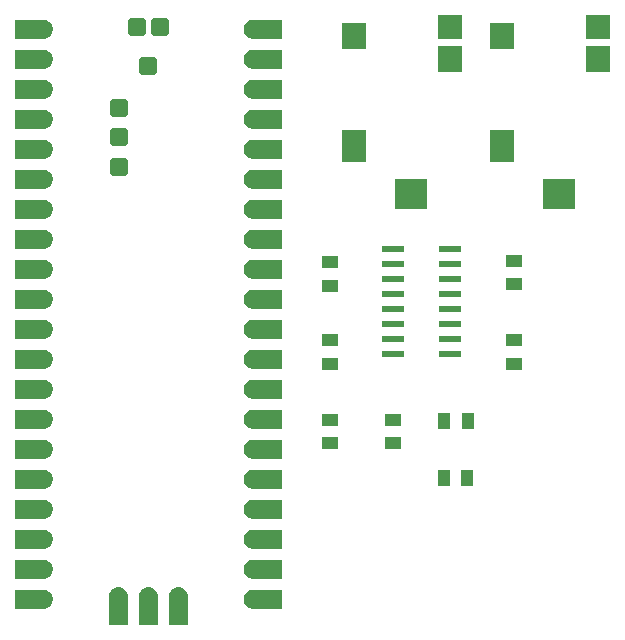
<source format=gtp>
G04*
G04 #@! TF.GenerationSoftware,Altium Limited,Altium Designer,25.8.1 (18)*
G04*
G04 Layer_Color=8421504*
%FSLAX44Y44*%
%MOMM*%
G71*
G04*
G04 #@! TF.SameCoordinates,71B8C197-EE49-42B5-B996-358C315723FC*
G04*
G04*
G04 #@! TF.FilePolarity,Positive*
G04*
G01*
G75*
%ADD17R,1.9812X0.5588*%
%ADD18R,2.5000X1.0000*%
%ADD19R,2.1000X2.2000*%
%ADD20R,1.4000X1.1000*%
%ADD21R,1.1000X1.4000*%
G04:AMPARAMS|DCode=22|XSize=2.5mm|YSize=1mm|CornerRadius=0.125mm|HoleSize=0mm|Usage=FLASHONLY|Rotation=0.000|XOffset=0mm|YOffset=0mm|HoleType=Round|Shape=RoundedRectangle|*
%AMROUNDEDRECTD22*
21,1,2.5000,0.7500,0,0,0.0*
21,1,2.2500,1.0000,0,0,0.0*
1,1,0.2500,1.1250,-0.3750*
1,1,0.2500,-1.1250,-0.3750*
1,1,0.2500,-1.1250,0.3750*
1,1,0.2500,1.1250,0.3750*
%
%ADD22ROUNDEDRECTD22*%
%ADD23R,2.7000X2.6000*%
%ADD24R,2.1000X2.7000*%
%ADD25R,2.1000X2.0000*%
%ADD26R,1.0000X2.5000*%
G04:AMPARAMS|DCode=27|XSize=1.5mm|YSize=1.5mm|CornerRadius=0.225mm|HoleSize=0mm|Usage=FLASHONLY|Rotation=0.000|XOffset=0mm|YOffset=0mm|HoleType=Round|Shape=RoundedRectangle|*
%AMROUNDEDRECTD27*
21,1,1.5000,1.0500,0,0,0.0*
21,1,1.0500,1.5000,0,0,0.0*
1,1,0.4500,0.5250,-0.5250*
1,1,0.4500,-0.5250,-0.5250*
1,1,0.4500,-0.5250,0.5250*
1,1,0.4500,0.5250,0.5250*
%
%ADD27ROUNDEDRECTD27*%
G36*
X655340Y534250D02*
X679340D01*
Y518250D01*
X654287D01*
X652252Y518795D01*
X650428Y519848D01*
X648938Y521338D01*
X647885Y523162D01*
X647340Y525197D01*
Y527303D01*
X647885Y529338D01*
X648938Y531162D01*
X650428Y532652D01*
X652252Y533705D01*
X654287Y534250D01*
X655340Y534250D01*
D02*
G37*
G36*
X480588Y533705D02*
X482412Y532652D01*
X483902Y531162D01*
X484955Y529338D01*
X485500Y527303D01*
Y525197D01*
X484955Y523162D01*
X483902Y521338D01*
X482412Y519848D01*
X480588Y518795D01*
X478553Y518250D01*
X453500D01*
Y534250D01*
X477500D01*
X478553Y534250D01*
X480588Y533705D01*
D02*
G37*
G36*
X655340Y508850D02*
X679340D01*
Y492850D01*
X654287D01*
X652252Y493395D01*
X650428Y494448D01*
X648938Y495938D01*
X647885Y497762D01*
X647340Y499797D01*
Y501903D01*
X647885Y503938D01*
X648938Y505762D01*
X650428Y507252D01*
X652252Y508305D01*
X654287Y508850D01*
X655340Y508850D01*
D02*
G37*
G36*
X480588Y508305D02*
X482412Y507252D01*
X483902Y505762D01*
X484955Y503938D01*
X485500Y501903D01*
Y499797D01*
X484955Y497762D01*
X483902Y495938D01*
X482412Y494448D01*
X480588Y493395D01*
X478553Y492850D01*
X453500D01*
Y508850D01*
X477500D01*
X478553Y508850D01*
X480588Y508305D01*
D02*
G37*
G36*
X655340Y483450D02*
X679340D01*
Y467450D01*
X654287D01*
X652252Y467995D01*
X650428Y469048D01*
X648938Y470538D01*
X647885Y472362D01*
X647340Y474397D01*
Y476503D01*
X647885Y478538D01*
X648938Y480362D01*
X650428Y481852D01*
X652252Y482905D01*
X654287Y483450D01*
X655340Y483450D01*
D02*
G37*
G36*
X480588Y482905D02*
X482412Y481852D01*
X483902Y480362D01*
X484955Y478538D01*
X485500Y476503D01*
Y474397D01*
X484955Y472362D01*
X483902Y470538D01*
X482412Y469048D01*
X480588Y467995D01*
X478553Y467450D01*
X453500D01*
Y483450D01*
X477500D01*
X478553Y483450D01*
X480588Y482905D01*
D02*
G37*
G36*
X655340Y458050D02*
X679340D01*
Y442050D01*
X654287D01*
X652252Y442595D01*
X650428Y443648D01*
X648938Y445138D01*
X647885Y446962D01*
X647340Y448997D01*
Y451103D01*
X647885Y453138D01*
X648938Y454962D01*
X650428Y456452D01*
X652252Y457505D01*
X654287Y458050D01*
X655340Y458050D01*
D02*
G37*
G36*
X480588Y457505D02*
X482412Y456452D01*
X483902Y454962D01*
X484955Y453138D01*
X485500Y451103D01*
Y448997D01*
X484955Y446962D01*
X483902Y445138D01*
X482412Y443648D01*
X480588Y442595D01*
X478553Y442050D01*
X453500D01*
Y458050D01*
X477500D01*
X478553Y458050D01*
X480588Y457505D01*
D02*
G37*
G36*
X655340Y432650D02*
X679340D01*
Y416650D01*
X654287D01*
X652252Y417195D01*
X650428Y418248D01*
X648938Y419738D01*
X647885Y421562D01*
X647340Y423597D01*
Y425703D01*
X647885Y427738D01*
X648938Y429562D01*
X650428Y431052D01*
X652252Y432105D01*
X654287Y432650D01*
X655340Y432650D01*
D02*
G37*
G36*
X480588Y432105D02*
X482412Y431052D01*
X483902Y429562D01*
X484955Y427738D01*
X485500Y425703D01*
Y423597D01*
X484955Y421562D01*
X483902Y419738D01*
X482412Y418248D01*
X480588Y417195D01*
X478553Y416650D01*
X453500D01*
Y432650D01*
X477500D01*
X478553Y432650D01*
X480588Y432105D01*
D02*
G37*
G36*
X655340Y407250D02*
X679340D01*
Y391250D01*
X654287D01*
X652252Y391795D01*
X650428Y392848D01*
X648938Y394338D01*
X647885Y396162D01*
X647340Y398197D01*
Y400303D01*
X647885Y402338D01*
X648938Y404162D01*
X650428Y405652D01*
X652252Y406705D01*
X654287Y407250D01*
X655340Y407250D01*
D02*
G37*
G36*
X480588Y406705D02*
X482412Y405652D01*
X483902Y404162D01*
X484955Y402338D01*
X485500Y400303D01*
Y398197D01*
X484955Y396162D01*
X483902Y394338D01*
X482412Y392848D01*
X480588Y391795D01*
X478553Y391250D01*
X453500D01*
Y407250D01*
X477500D01*
X478553Y407250D01*
X480588Y406705D01*
D02*
G37*
G36*
X655340Y381850D02*
X679340D01*
Y365850D01*
X654287D01*
X652252Y366395D01*
X650428Y367448D01*
X648938Y368938D01*
X647885Y370762D01*
X647340Y372797D01*
Y374903D01*
X647885Y376938D01*
X648938Y378762D01*
X650428Y380252D01*
X652252Y381305D01*
X654287Y381850D01*
X655340Y381850D01*
D02*
G37*
G36*
X480588Y381305D02*
X482412Y380252D01*
X483902Y378762D01*
X484955Y376938D01*
X485500Y374903D01*
Y372797D01*
X484955Y370762D01*
X483902Y368938D01*
X482412Y367448D01*
X480588Y366395D01*
X478553Y365850D01*
X453500D01*
Y381850D01*
X477500D01*
X478553Y381850D01*
X480588Y381305D01*
D02*
G37*
G36*
X655340Y356450D02*
X679340D01*
Y340450D01*
X654287D01*
X652252Y340995D01*
X650428Y342048D01*
X648938Y343538D01*
X647885Y345362D01*
X647340Y347397D01*
Y349503D01*
X647885Y351538D01*
X648938Y353362D01*
X650428Y354852D01*
X652252Y355905D01*
X654287Y356450D01*
X655340Y356450D01*
D02*
G37*
G36*
X480588Y355905D02*
X482412Y354852D01*
X483902Y353362D01*
X484955Y351538D01*
X485500Y349503D01*
Y347397D01*
X484955Y345362D01*
X483902Y343538D01*
X482412Y342048D01*
X480588Y340995D01*
X478553Y340450D01*
X453500D01*
Y356450D01*
X477500D01*
X478553Y356450D01*
X480588Y355905D01*
D02*
G37*
G36*
X655340Y331050D02*
X679340D01*
Y315050D01*
X654287D01*
X652252Y315595D01*
X650428Y316648D01*
X648938Y318138D01*
X647885Y319962D01*
X647340Y321997D01*
Y324103D01*
X647885Y326138D01*
X648938Y327962D01*
X650428Y329452D01*
X652252Y330505D01*
X654287Y331050D01*
X655340Y331050D01*
D02*
G37*
G36*
X480588Y330505D02*
X482412Y329452D01*
X483902Y327962D01*
X484955Y326138D01*
X485500Y324103D01*
Y321997D01*
X484955Y319962D01*
X483902Y318138D01*
X482412Y316648D01*
X480588Y315595D01*
X478553Y315050D01*
X453500D01*
Y331050D01*
X477500D01*
X478553Y331050D01*
X480588Y330505D01*
D02*
G37*
G36*
X594908Y332805D02*
X596732Y331752D01*
X598222Y330262D01*
X599275Y328438D01*
X599820Y326403D01*
Y325350D01*
Y301350D01*
X583820D01*
Y325350D01*
X583820Y326403D01*
X584365Y328438D01*
X585418Y330262D01*
X586908Y331752D01*
X588732Y332805D01*
X590767Y333350D01*
X592873D01*
X594908Y332805D01*
D02*
G37*
G36*
X569508D02*
X571332Y331752D01*
X572822Y330262D01*
X573875Y328438D01*
X574420Y326403D01*
Y325350D01*
Y301350D01*
X558420D01*
Y325350D01*
X558420Y326403D01*
X558965Y328438D01*
X560018Y330262D01*
X561508Y331752D01*
X563332Y332805D01*
X565367Y333350D01*
X567473D01*
X569508Y332805D01*
D02*
G37*
G36*
X544108D02*
X545932Y331752D01*
X547422Y330262D01*
X548475Y328438D01*
X549020Y326403D01*
Y325350D01*
Y301350D01*
X533020D01*
Y325350D01*
X533020Y326403D01*
X533565Y328438D01*
X534618Y330262D01*
X536108Y331752D01*
X537932Y332805D01*
X539967Y333350D01*
X542073D01*
X544108Y332805D01*
D02*
G37*
G36*
X655340Y813650D02*
X679340D01*
Y797650D01*
X654287D01*
X652252Y798195D01*
X650428Y799248D01*
X648938Y800738D01*
X647885Y802562D01*
X647340Y804597D01*
Y806703D01*
X647885Y808738D01*
X648938Y810562D01*
X650428Y812052D01*
X652252Y813105D01*
X654287Y813650D01*
X655340Y813650D01*
D02*
G37*
G36*
X480588Y813105D02*
X482412Y812052D01*
X483902Y810562D01*
X484955Y808738D01*
X485500Y806703D01*
Y804597D01*
X484955Y802562D01*
X483902Y800738D01*
X482412Y799248D01*
X480588Y798195D01*
X478553Y797650D01*
X453500D01*
Y813650D01*
X477500D01*
X478553Y813650D01*
X480588Y813105D01*
D02*
G37*
G36*
X655340Y788250D02*
X679340D01*
Y772250D01*
X654287D01*
X652252Y772795D01*
X650428Y773848D01*
X648938Y775338D01*
X647885Y777162D01*
X647340Y779197D01*
Y781303D01*
X647885Y783338D01*
X648938Y785162D01*
X650428Y786652D01*
X652252Y787705D01*
X654287Y788250D01*
X655340Y788250D01*
D02*
G37*
G36*
X480588Y787705D02*
X482412Y786652D01*
X483902Y785162D01*
X484955Y783338D01*
X485500Y781303D01*
Y779197D01*
X484955Y777162D01*
X483902Y775338D01*
X482412Y773848D01*
X480588Y772795D01*
X478553Y772250D01*
X453500D01*
Y788250D01*
X477500D01*
X478553Y788250D01*
X480588Y787705D01*
D02*
G37*
G36*
X655340Y762850D02*
X679340D01*
Y746850D01*
X654287D01*
X652252Y747395D01*
X650428Y748448D01*
X648938Y749938D01*
X647885Y751762D01*
X647340Y753797D01*
Y755903D01*
X647885Y757938D01*
X648938Y759762D01*
X650428Y761252D01*
X652252Y762305D01*
X654287Y762850D01*
X655340Y762850D01*
D02*
G37*
G36*
X480588Y762305D02*
X482412Y761252D01*
X483902Y759762D01*
X484955Y757938D01*
X485500Y755903D01*
Y753797D01*
X484955Y751762D01*
X483902Y749938D01*
X482412Y748448D01*
X480588Y747395D01*
X478553Y746850D01*
X453500D01*
Y762850D01*
X477500D01*
X478553Y762850D01*
X480588Y762305D01*
D02*
G37*
G36*
X655340Y737450D02*
X679340D01*
Y721450D01*
X654287D01*
X652252Y721995D01*
X650428Y723048D01*
X648938Y724538D01*
X647885Y726362D01*
X647340Y728397D01*
Y730503D01*
X647885Y732538D01*
X648938Y734362D01*
X650428Y735852D01*
X652252Y736905D01*
X654287Y737450D01*
X655340Y737450D01*
D02*
G37*
G36*
X480588Y736905D02*
X482412Y735852D01*
X483902Y734362D01*
X484955Y732538D01*
X485500Y730503D01*
Y728397D01*
X484955Y726362D01*
X483902Y724538D01*
X482412Y723048D01*
X480588Y721995D01*
X478553Y721450D01*
X453500D01*
Y737450D01*
X477500D01*
X478553Y737450D01*
X480588Y736905D01*
D02*
G37*
G36*
X655340Y712050D02*
X679340D01*
Y696050D01*
X654287D01*
X652252Y696595D01*
X650428Y697648D01*
X648938Y699138D01*
X647885Y700962D01*
X647340Y702997D01*
Y705103D01*
X647885Y707138D01*
X648938Y708962D01*
X650428Y710452D01*
X652252Y711505D01*
X654287Y712050D01*
X655340Y712050D01*
D02*
G37*
G36*
X480588Y711505D02*
X482412Y710452D01*
X483902Y708962D01*
X484955Y707138D01*
X485500Y705103D01*
Y702997D01*
X484955Y700962D01*
X483902Y699138D01*
X482412Y697648D01*
X480588Y696595D01*
X478553Y696050D01*
X453500D01*
Y712050D01*
X477500D01*
X478553Y712050D01*
X480588Y711505D01*
D02*
G37*
G36*
X655340Y686650D02*
X679340D01*
Y670650D01*
X654287D01*
X652252Y671195D01*
X650428Y672248D01*
X648938Y673738D01*
X647885Y675562D01*
X647340Y677597D01*
Y679703D01*
X647885Y681738D01*
X648938Y683562D01*
X650428Y685052D01*
X652252Y686105D01*
X654287Y686650D01*
X655340Y686650D01*
D02*
G37*
G36*
X480588Y686105D02*
X482412Y685052D01*
X483902Y683562D01*
X484955Y681738D01*
X485500Y679703D01*
Y677597D01*
X484955Y675562D01*
X483902Y673738D01*
X482412Y672248D01*
X480588Y671195D01*
X478553Y670650D01*
X453500D01*
Y686650D01*
X477500D01*
X478553Y686650D01*
X480588Y686105D01*
D02*
G37*
G36*
X655340Y661250D02*
X679340D01*
Y645250D01*
X654287D01*
X652252Y645795D01*
X650428Y646848D01*
X648938Y648338D01*
X647885Y650162D01*
X647340Y652197D01*
Y654303D01*
X647885Y656338D01*
X648938Y658162D01*
X650428Y659652D01*
X652252Y660705D01*
X654287Y661250D01*
X655340Y661250D01*
D02*
G37*
G36*
X480588Y660705D02*
X482412Y659652D01*
X483902Y658162D01*
X484955Y656338D01*
X485500Y654303D01*
Y652197D01*
X484955Y650162D01*
X483902Y648338D01*
X482412Y646848D01*
X480588Y645795D01*
X478553Y645250D01*
X453500D01*
Y661250D01*
X477500D01*
X478553Y661250D01*
X480588Y660705D01*
D02*
G37*
G36*
X655340Y635850D02*
X679340D01*
Y619850D01*
X654287D01*
X652252Y620395D01*
X650428Y621448D01*
X648938Y622938D01*
X647885Y624762D01*
X647340Y626797D01*
Y628903D01*
X647885Y630938D01*
X648938Y632762D01*
X650428Y634252D01*
X652252Y635305D01*
X654287Y635850D01*
X655340Y635850D01*
D02*
G37*
G36*
X480588Y635305D02*
X482412Y634252D01*
X483902Y632762D01*
X484955Y630938D01*
X485500Y628903D01*
Y626797D01*
X484955Y624762D01*
X483902Y622938D01*
X482412Y621448D01*
X480588Y620395D01*
X478553Y619850D01*
X453500D01*
Y635850D01*
X477500D01*
X478553Y635850D01*
X480588Y635305D01*
D02*
G37*
G36*
X655340Y610450D02*
X679340D01*
Y594450D01*
X654287D01*
X652252Y594995D01*
X650428Y596048D01*
X648938Y597538D01*
X647885Y599362D01*
X647340Y601397D01*
Y603503D01*
X647885Y605538D01*
X648938Y607362D01*
X650428Y608852D01*
X652252Y609905D01*
X654287Y610450D01*
X655340Y610450D01*
D02*
G37*
G36*
X480588Y609905D02*
X482412Y608852D01*
X483902Y607362D01*
X484955Y605538D01*
X485500Y603503D01*
Y601397D01*
X484955Y599362D01*
X483902Y597538D01*
X482412Y596048D01*
X480588Y594995D01*
X478553Y594450D01*
X453500D01*
Y610450D01*
X477500D01*
X478553Y610450D01*
X480588Y609905D01*
D02*
G37*
G36*
X655340Y585050D02*
X679340D01*
Y569050D01*
X654287D01*
X652252Y569595D01*
X650428Y570648D01*
X648938Y572138D01*
X647885Y573962D01*
X647340Y575997D01*
Y578103D01*
X647885Y580138D01*
X648938Y581962D01*
X650428Y583452D01*
X652252Y584505D01*
X654287Y585050D01*
X655340Y585050D01*
D02*
G37*
G36*
X480588Y584505D02*
X482412Y583452D01*
X483902Y581962D01*
X484955Y580138D01*
X485500Y578103D01*
Y575997D01*
X484955Y573962D01*
X483902Y572138D01*
X482412Y570648D01*
X480588Y569595D01*
X478553Y569050D01*
X453500D01*
Y585050D01*
X477500D01*
X478553Y585050D01*
X480588Y584505D01*
D02*
G37*
G36*
X655340Y559650D02*
X679340D01*
Y543650D01*
X654287D01*
X652252Y544195D01*
X650428Y545248D01*
X648938Y546738D01*
X647885Y548562D01*
X647340Y550597D01*
Y552703D01*
X647885Y554738D01*
X648938Y556562D01*
X650428Y558052D01*
X652252Y559105D01*
X654287Y559650D01*
X655340Y559650D01*
D02*
G37*
G36*
X480588Y559105D02*
X482412Y558052D01*
X483902Y556562D01*
X484955Y554738D01*
X485500Y552703D01*
Y550597D01*
X484955Y548562D01*
X483902Y546738D01*
X482412Y545248D01*
X480588Y544195D01*
X478553Y543650D01*
X453500D01*
Y559650D01*
X477500D01*
X478553Y559650D01*
X480588Y559105D01*
D02*
G37*
D17*
X773430Y619760D02*
D03*
Y607060D02*
D03*
Y594360D02*
D03*
Y581660D02*
D03*
Y568960D02*
D03*
Y556260D02*
D03*
Y543560D02*
D03*
Y530860D02*
D03*
X821690D02*
D03*
Y543560D02*
D03*
Y556260D02*
D03*
Y568960D02*
D03*
Y581660D02*
D03*
Y594360D02*
D03*
Y607060D02*
D03*
Y619760D02*
D03*
D18*
X467020Y729290D02*
D03*
X665820Y627690D02*
D03*
Y754690D02*
D03*
Y500690D02*
D03*
Y373690D02*
D03*
X467020Y627690D02*
D03*
Y373690D02*
D03*
Y500690D02*
D03*
X665820Y805490D02*
D03*
X467020Y780090D02*
D03*
Y805490D02*
D03*
Y322890D02*
D03*
Y348290D02*
D03*
Y399090D02*
D03*
Y424490D02*
D03*
Y449890D02*
D03*
Y475290D02*
D03*
Y526090D02*
D03*
Y551490D02*
D03*
Y576890D02*
D03*
Y602290D02*
D03*
Y653090D02*
D03*
Y678490D02*
D03*
Y703890D02*
D03*
X665820Y780090D02*
D03*
Y729290D02*
D03*
Y703890D02*
D03*
Y678490D02*
D03*
Y653090D02*
D03*
Y602290D02*
D03*
Y576890D02*
D03*
Y551490D02*
D03*
Y526090D02*
D03*
Y475290D02*
D03*
Y449890D02*
D03*
Y424490D02*
D03*
Y399090D02*
D03*
Y348290D02*
D03*
Y322890D02*
D03*
D19*
X866280Y799670D02*
D03*
X947280Y780670D02*
D03*
X740550Y799670D02*
D03*
X821550Y780670D02*
D03*
D20*
X720090Y608170D02*
D03*
Y454820D02*
D03*
Y522130D02*
D03*
Y588170D02*
D03*
Y542130D02*
D03*
Y474820D02*
D03*
X876300Y589440D02*
D03*
Y609440D02*
D03*
Y542130D02*
D03*
Y522130D02*
D03*
X773430Y454980D02*
D03*
Y474980D02*
D03*
D21*
X836770Y473710D02*
D03*
X816610Y425450D02*
D03*
X836610D02*
D03*
X816770Y473710D02*
D03*
D22*
X469520Y754690D02*
D03*
D23*
X914280Y665670D02*
D03*
X788550D02*
D03*
D24*
X866280Y706670D02*
D03*
X740550D02*
D03*
D25*
X947280Y807670D02*
D03*
X821550D02*
D03*
D26*
X591820Y314690D02*
D03*
X566420D02*
D03*
X541020D02*
D03*
D27*
X556519Y807262D02*
D03*
X576519D02*
D03*
X566519Y774262D02*
D03*
X541519Y739262D02*
D03*
Y714262D02*
D03*
Y689262D02*
D03*
M02*

</source>
